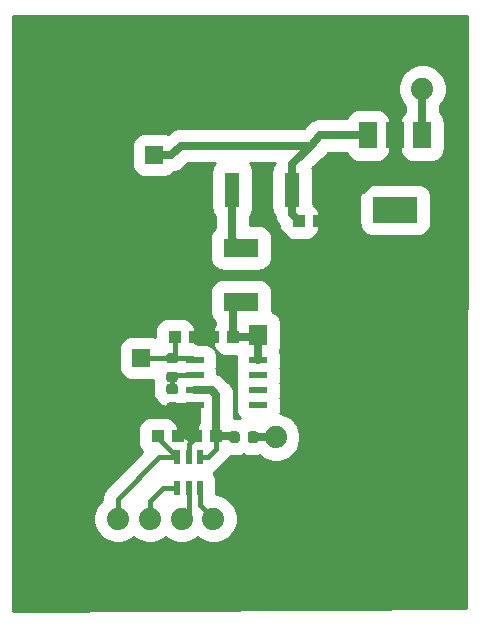
<source format=gbr>
G04 #@! TF.GenerationSoftware,KiCad,Pcbnew,5.1.5+dfsg1-2~bpo9+1*
G04 #@! TF.CreationDate,2020-08-06T19:53:43-04:00*
G04 #@! TF.ProjectId,sig_gen_driver,7369675f-6765-46e5-9f64-72697665722e,rev?*
G04 #@! TF.SameCoordinates,PX63f1f00PY4dea4a0*
G04 #@! TF.FileFunction,Copper,L1,Top*
G04 #@! TF.FilePolarity,Positive*
%FSLAX46Y46*%
G04 Gerber Fmt 4.6, Leading zero omitted, Abs format (unit mm)*
G04 Created by KiCad (PCBNEW 5.1.5+dfsg1-2~bpo9+1) date 2020-08-06 19:53:43*
%MOMM*%
%LPD*%
G04 APERTURE LIST*
%ADD10R,1.550000X0.600000*%
%ADD11R,3.000000X1.600000*%
%ADD12R,6.200000X5.800000*%
%ADD13R,0.548640X1.198880*%
%ADD14R,3.800000X2.200000*%
%ADD15R,1.500000X2.200000*%
%ADD16C,0.020000*%
%ADD17R,1.500000X1.500000*%
%ADD18C,1.879600*%
%ADD19R,1.249680X2.999740*%
%ADD20R,1.099820X0.998220*%
%ADD21R,1.597660X1.798320*%
%ADD22C,0.400000*%
%ADD23C,0.700000*%
%ADD24C,0.254000*%
G04 APERTURE END LIST*
D10*
X20900000Y-29295000D03*
X20900000Y-30565000D03*
X20900000Y-31835000D03*
X20900000Y-33105000D03*
X15500000Y-33105000D03*
X15500000Y-31835000D03*
X15500000Y-30565000D03*
X15500000Y-29295000D03*
D11*
X19421840Y-24334780D03*
D12*
X26591840Y-22049780D03*
D11*
X19421840Y-19764780D03*
D13*
X15949960Y-40097940D03*
X15000000Y-40097940D03*
X14050040Y-40097940D03*
X14050040Y-37502060D03*
X15000000Y-37502060D03*
X15949960Y-37502060D03*
D14*
X32500000Y-16550000D03*
D15*
X34800000Y-10250000D03*
X32500000Y-10250000D03*
X30200000Y-10250000D03*
G04 #@! TA.AperFunction,SMDPad,CuDef*
D16*
G36*
X20689531Y-35305833D02*
G01*
X20710766Y-35308983D01*
X20731590Y-35314199D01*
X20751802Y-35321431D01*
X20771208Y-35330610D01*
X20789621Y-35341646D01*
X20806864Y-35354434D01*
X20822770Y-35368850D01*
X20837186Y-35384756D01*
X20849974Y-35401999D01*
X20861010Y-35420412D01*
X20870189Y-35439818D01*
X20877421Y-35460030D01*
X20882637Y-35480854D01*
X20885787Y-35502089D01*
X20886840Y-35523530D01*
X20886840Y-36036030D01*
X20885787Y-36057471D01*
X20882637Y-36078706D01*
X20877421Y-36099530D01*
X20870189Y-36119742D01*
X20861010Y-36139148D01*
X20849974Y-36157561D01*
X20837186Y-36174804D01*
X20822770Y-36190710D01*
X20806864Y-36205126D01*
X20789621Y-36217914D01*
X20771208Y-36228950D01*
X20751802Y-36238129D01*
X20731590Y-36245361D01*
X20710766Y-36250577D01*
X20689531Y-36253727D01*
X20668090Y-36254780D01*
X20230590Y-36254780D01*
X20209149Y-36253727D01*
X20187914Y-36250577D01*
X20167090Y-36245361D01*
X20146878Y-36238129D01*
X20127472Y-36228950D01*
X20109059Y-36217914D01*
X20091816Y-36205126D01*
X20075910Y-36190710D01*
X20061494Y-36174804D01*
X20048706Y-36157561D01*
X20037670Y-36139148D01*
X20028491Y-36119742D01*
X20021259Y-36099530D01*
X20016043Y-36078706D01*
X20012893Y-36057471D01*
X20011840Y-36036030D01*
X20011840Y-35523530D01*
X20012893Y-35502089D01*
X20016043Y-35480854D01*
X20021259Y-35460030D01*
X20028491Y-35439818D01*
X20037670Y-35420412D01*
X20048706Y-35401999D01*
X20061494Y-35384756D01*
X20075910Y-35368850D01*
X20091816Y-35354434D01*
X20109059Y-35341646D01*
X20127472Y-35330610D01*
X20146878Y-35321431D01*
X20167090Y-35314199D01*
X20187914Y-35308983D01*
X20209149Y-35305833D01*
X20230590Y-35304780D01*
X20668090Y-35304780D01*
X20689531Y-35305833D01*
G37*
G04 #@! TD.AperFunction*
G04 #@! TA.AperFunction,SMDPad,CuDef*
G36*
X19114531Y-35305833D02*
G01*
X19135766Y-35308983D01*
X19156590Y-35314199D01*
X19176802Y-35321431D01*
X19196208Y-35330610D01*
X19214621Y-35341646D01*
X19231864Y-35354434D01*
X19247770Y-35368850D01*
X19262186Y-35384756D01*
X19274974Y-35401999D01*
X19286010Y-35420412D01*
X19295189Y-35439818D01*
X19302421Y-35460030D01*
X19307637Y-35480854D01*
X19310787Y-35502089D01*
X19311840Y-35523530D01*
X19311840Y-36036030D01*
X19310787Y-36057471D01*
X19307637Y-36078706D01*
X19302421Y-36099530D01*
X19295189Y-36119742D01*
X19286010Y-36139148D01*
X19274974Y-36157561D01*
X19262186Y-36174804D01*
X19247770Y-36190710D01*
X19231864Y-36205126D01*
X19214621Y-36217914D01*
X19196208Y-36228950D01*
X19176802Y-36238129D01*
X19156590Y-36245361D01*
X19135766Y-36250577D01*
X19114531Y-36253727D01*
X19093090Y-36254780D01*
X18655590Y-36254780D01*
X18634149Y-36253727D01*
X18612914Y-36250577D01*
X18592090Y-36245361D01*
X18571878Y-36238129D01*
X18552472Y-36228950D01*
X18534059Y-36217914D01*
X18516816Y-36205126D01*
X18500910Y-36190710D01*
X18486494Y-36174804D01*
X18473706Y-36157561D01*
X18462670Y-36139148D01*
X18453491Y-36119742D01*
X18446259Y-36099530D01*
X18441043Y-36078706D01*
X18437893Y-36057471D01*
X18436840Y-36036030D01*
X18436840Y-35523530D01*
X18437893Y-35502089D01*
X18441043Y-35480854D01*
X18446259Y-35460030D01*
X18453491Y-35439818D01*
X18462670Y-35420412D01*
X18473706Y-35401999D01*
X18486494Y-35384756D01*
X18500910Y-35368850D01*
X18516816Y-35354434D01*
X18534059Y-35341646D01*
X18552472Y-35330610D01*
X18571878Y-35321431D01*
X18592090Y-35314199D01*
X18612914Y-35308983D01*
X18634149Y-35305833D01*
X18655590Y-35304780D01*
X19093090Y-35304780D01*
X19114531Y-35305833D01*
G37*
G04 #@! TD.AperFunction*
G04 #@! TA.AperFunction,SMDPad,CuDef*
G36*
X13877691Y-30251053D02*
G01*
X13898926Y-30254203D01*
X13919750Y-30259419D01*
X13939962Y-30266651D01*
X13959368Y-30275830D01*
X13977781Y-30286866D01*
X13995024Y-30299654D01*
X14010930Y-30314070D01*
X14025346Y-30329976D01*
X14038134Y-30347219D01*
X14049170Y-30365632D01*
X14058349Y-30385038D01*
X14065581Y-30405250D01*
X14070797Y-30426074D01*
X14073947Y-30447309D01*
X14075000Y-30468750D01*
X14075000Y-30906250D01*
X14073947Y-30927691D01*
X14070797Y-30948926D01*
X14065581Y-30969750D01*
X14058349Y-30989962D01*
X14049170Y-31009368D01*
X14038134Y-31027781D01*
X14025346Y-31045024D01*
X14010930Y-31060930D01*
X13995024Y-31075346D01*
X13977781Y-31088134D01*
X13959368Y-31099170D01*
X13939962Y-31108349D01*
X13919750Y-31115581D01*
X13898926Y-31120797D01*
X13877691Y-31123947D01*
X13856250Y-31125000D01*
X13343750Y-31125000D01*
X13322309Y-31123947D01*
X13301074Y-31120797D01*
X13280250Y-31115581D01*
X13260038Y-31108349D01*
X13240632Y-31099170D01*
X13222219Y-31088134D01*
X13204976Y-31075346D01*
X13189070Y-31060930D01*
X13174654Y-31045024D01*
X13161866Y-31027781D01*
X13150830Y-31009368D01*
X13141651Y-30989962D01*
X13134419Y-30969750D01*
X13129203Y-30948926D01*
X13126053Y-30927691D01*
X13125000Y-30906250D01*
X13125000Y-30468750D01*
X13126053Y-30447309D01*
X13129203Y-30426074D01*
X13134419Y-30405250D01*
X13141651Y-30385038D01*
X13150830Y-30365632D01*
X13161866Y-30347219D01*
X13174654Y-30329976D01*
X13189070Y-30314070D01*
X13204976Y-30299654D01*
X13222219Y-30286866D01*
X13240632Y-30275830D01*
X13260038Y-30266651D01*
X13280250Y-30259419D01*
X13301074Y-30254203D01*
X13322309Y-30251053D01*
X13343750Y-30250000D01*
X13856250Y-30250000D01*
X13877691Y-30251053D01*
G37*
G04 #@! TD.AperFunction*
G04 #@! TA.AperFunction,SMDPad,CuDef*
G36*
X13877691Y-28676053D02*
G01*
X13898926Y-28679203D01*
X13919750Y-28684419D01*
X13939962Y-28691651D01*
X13959368Y-28700830D01*
X13977781Y-28711866D01*
X13995024Y-28724654D01*
X14010930Y-28739070D01*
X14025346Y-28754976D01*
X14038134Y-28772219D01*
X14049170Y-28790632D01*
X14058349Y-28810038D01*
X14065581Y-28830250D01*
X14070797Y-28851074D01*
X14073947Y-28872309D01*
X14075000Y-28893750D01*
X14075000Y-29331250D01*
X14073947Y-29352691D01*
X14070797Y-29373926D01*
X14065581Y-29394750D01*
X14058349Y-29414962D01*
X14049170Y-29434368D01*
X14038134Y-29452781D01*
X14025346Y-29470024D01*
X14010930Y-29485930D01*
X13995024Y-29500346D01*
X13977781Y-29513134D01*
X13959368Y-29524170D01*
X13939962Y-29533349D01*
X13919750Y-29540581D01*
X13898926Y-29545797D01*
X13877691Y-29548947D01*
X13856250Y-29550000D01*
X13343750Y-29550000D01*
X13322309Y-29548947D01*
X13301074Y-29545797D01*
X13280250Y-29540581D01*
X13260038Y-29533349D01*
X13240632Y-29524170D01*
X13222219Y-29513134D01*
X13204976Y-29500346D01*
X13189070Y-29485930D01*
X13174654Y-29470024D01*
X13161866Y-29452781D01*
X13150830Y-29434368D01*
X13141651Y-29414962D01*
X13134419Y-29394750D01*
X13129203Y-29373926D01*
X13126053Y-29352691D01*
X13125000Y-29331250D01*
X13125000Y-28893750D01*
X13126053Y-28872309D01*
X13129203Y-28851074D01*
X13134419Y-28830250D01*
X13141651Y-28810038D01*
X13150830Y-28790632D01*
X13161866Y-28772219D01*
X13174654Y-28754976D01*
X13189070Y-28739070D01*
X13204976Y-28724654D01*
X13222219Y-28711866D01*
X13240632Y-28700830D01*
X13260038Y-28691651D01*
X13280250Y-28684419D01*
X13301074Y-28679203D01*
X13322309Y-28676053D01*
X13343750Y-28675000D01*
X13856250Y-28675000D01*
X13877691Y-28676053D01*
G37*
G04 #@! TD.AperFunction*
G04 #@! TA.AperFunction,SMDPad,CuDef*
G36*
X13877691Y-32851053D02*
G01*
X13898926Y-32854203D01*
X13919750Y-32859419D01*
X13939962Y-32866651D01*
X13959368Y-32875830D01*
X13977781Y-32886866D01*
X13995024Y-32899654D01*
X14010930Y-32914070D01*
X14025346Y-32929976D01*
X14038134Y-32947219D01*
X14049170Y-32965632D01*
X14058349Y-32985038D01*
X14065581Y-33005250D01*
X14070797Y-33026074D01*
X14073947Y-33047309D01*
X14075000Y-33068750D01*
X14075000Y-33506250D01*
X14073947Y-33527691D01*
X14070797Y-33548926D01*
X14065581Y-33569750D01*
X14058349Y-33589962D01*
X14049170Y-33609368D01*
X14038134Y-33627781D01*
X14025346Y-33645024D01*
X14010930Y-33660930D01*
X13995024Y-33675346D01*
X13977781Y-33688134D01*
X13959368Y-33699170D01*
X13939962Y-33708349D01*
X13919750Y-33715581D01*
X13898926Y-33720797D01*
X13877691Y-33723947D01*
X13856250Y-33725000D01*
X13343750Y-33725000D01*
X13322309Y-33723947D01*
X13301074Y-33720797D01*
X13280250Y-33715581D01*
X13260038Y-33708349D01*
X13240632Y-33699170D01*
X13222219Y-33688134D01*
X13204976Y-33675346D01*
X13189070Y-33660930D01*
X13174654Y-33645024D01*
X13161866Y-33627781D01*
X13150830Y-33609368D01*
X13141651Y-33589962D01*
X13134419Y-33569750D01*
X13129203Y-33548926D01*
X13126053Y-33527691D01*
X13125000Y-33506250D01*
X13125000Y-33068750D01*
X13126053Y-33047309D01*
X13129203Y-33026074D01*
X13134419Y-33005250D01*
X13141651Y-32985038D01*
X13150830Y-32965632D01*
X13161866Y-32947219D01*
X13174654Y-32929976D01*
X13189070Y-32914070D01*
X13204976Y-32899654D01*
X13222219Y-32886866D01*
X13240632Y-32875830D01*
X13260038Y-32866651D01*
X13280250Y-32859419D01*
X13301074Y-32854203D01*
X13322309Y-32851053D01*
X13343750Y-32850000D01*
X13856250Y-32850000D01*
X13877691Y-32851053D01*
G37*
G04 #@! TD.AperFunction*
G04 #@! TA.AperFunction,SMDPad,CuDef*
G36*
X13877691Y-31276053D02*
G01*
X13898926Y-31279203D01*
X13919750Y-31284419D01*
X13939962Y-31291651D01*
X13959368Y-31300830D01*
X13977781Y-31311866D01*
X13995024Y-31324654D01*
X14010930Y-31339070D01*
X14025346Y-31354976D01*
X14038134Y-31372219D01*
X14049170Y-31390632D01*
X14058349Y-31410038D01*
X14065581Y-31430250D01*
X14070797Y-31451074D01*
X14073947Y-31472309D01*
X14075000Y-31493750D01*
X14075000Y-31931250D01*
X14073947Y-31952691D01*
X14070797Y-31973926D01*
X14065581Y-31994750D01*
X14058349Y-32014962D01*
X14049170Y-32034368D01*
X14038134Y-32052781D01*
X14025346Y-32070024D01*
X14010930Y-32085930D01*
X13995024Y-32100346D01*
X13977781Y-32113134D01*
X13959368Y-32124170D01*
X13939962Y-32133349D01*
X13919750Y-32140581D01*
X13898926Y-32145797D01*
X13877691Y-32148947D01*
X13856250Y-32150000D01*
X13343750Y-32150000D01*
X13322309Y-32148947D01*
X13301074Y-32145797D01*
X13280250Y-32140581D01*
X13260038Y-32133349D01*
X13240632Y-32124170D01*
X13222219Y-32113134D01*
X13204976Y-32100346D01*
X13189070Y-32085930D01*
X13174654Y-32070024D01*
X13161866Y-32052781D01*
X13150830Y-32034368D01*
X13141651Y-32014962D01*
X13134419Y-31994750D01*
X13129203Y-31973926D01*
X13126053Y-31952691D01*
X13125000Y-31931250D01*
X13125000Y-31493750D01*
X13126053Y-31472309D01*
X13129203Y-31451074D01*
X13134419Y-31430250D01*
X13141651Y-31410038D01*
X13150830Y-31390632D01*
X13161866Y-31372219D01*
X13174654Y-31354976D01*
X13189070Y-31339070D01*
X13204976Y-31324654D01*
X13222219Y-31311866D01*
X13240632Y-31300830D01*
X13260038Y-31291651D01*
X13280250Y-31284419D01*
X13301074Y-31279203D01*
X13322309Y-31276053D01*
X13343750Y-31275000D01*
X13856250Y-31275000D01*
X13877691Y-31276053D01*
G37*
G04 #@! TD.AperFunction*
D17*
X11000000Y-29100000D03*
D18*
X31100000Y-27200000D03*
X9000000Y-42700000D03*
X11700000Y-42700000D03*
X14400000Y-42700000D03*
X22400000Y-35800000D03*
X17100000Y-42700000D03*
D17*
X12100000Y-11900000D03*
D18*
X34800000Y-6300000D03*
D19*
X18690000Y-14823760D03*
X21230000Y-14823760D03*
X23770000Y-14823760D03*
X26310000Y-14823760D03*
D20*
X15548360Y-27300000D03*
X13851640Y-27300000D03*
X26048360Y-17500000D03*
X24351640Y-17500000D03*
X15651640Y-35700000D03*
X17348360Y-35700000D03*
X14096720Y-35700000D03*
X12400000Y-35700000D03*
X17051640Y-27300000D03*
X18748360Y-27300000D03*
D21*
X23699540Y-27100000D03*
X20900460Y-27100000D03*
D22*
X15548360Y-27300000D02*
X17051640Y-27300000D01*
X13782500Y-33105000D02*
X13600000Y-33287500D01*
X15500000Y-33105000D02*
X13782500Y-33105000D01*
D23*
X32500000Y-12050000D02*
X32500000Y-10250000D01*
X29726240Y-14823760D02*
X32500000Y-12050000D01*
X26310000Y-14823760D02*
X29726240Y-14823760D01*
D22*
X14096720Y-35700000D02*
X15651640Y-35700000D01*
X15000000Y-36351640D02*
X15651640Y-35700000D01*
X15000000Y-37502060D02*
X15000000Y-36351640D01*
D23*
X26310000Y-17238360D02*
X26048360Y-17500000D01*
X26310000Y-14823760D02*
X26310000Y-17238360D01*
X26591840Y-18043480D02*
X26048360Y-17500000D01*
X26591840Y-22049780D02*
X26591840Y-18043480D01*
X26256150Y-22049780D02*
X26591840Y-22049780D01*
X21230000Y-17023630D02*
X26256150Y-22049780D01*
X21230000Y-14823760D02*
X21230000Y-17023630D01*
X20900000Y-27100460D02*
X20900460Y-27100000D01*
X20900000Y-29295000D02*
X20900000Y-27100460D01*
X20700460Y-27300000D02*
X20900460Y-27100000D01*
X18748360Y-27300000D02*
X20700460Y-27300000D01*
X18748360Y-25008260D02*
X19421840Y-24334780D01*
X18748360Y-27300000D02*
X18748360Y-25008260D01*
D22*
X12400000Y-35852020D02*
X14050040Y-37502060D01*
X12400000Y-35700000D02*
X12400000Y-35852020D01*
X9000000Y-42700000D02*
X9000000Y-41000000D01*
X12497940Y-37502060D02*
X14050040Y-37502060D01*
X9000000Y-41000000D02*
X12497940Y-37502060D01*
D23*
X17348360Y-34500890D02*
X17348360Y-35700000D01*
X17348360Y-32208360D02*
X17348360Y-34500890D01*
X16975000Y-31835000D02*
X17348360Y-32208360D01*
X15500000Y-31835000D02*
X16975000Y-31835000D01*
X18794560Y-35700000D02*
X18874340Y-35779780D01*
X17348360Y-35700000D02*
X18794560Y-35700000D01*
D22*
X17348360Y-36777980D02*
X17348360Y-35700000D01*
X16624280Y-37502060D02*
X17348360Y-36777980D01*
X15949960Y-37502060D02*
X16624280Y-37502060D01*
D23*
X23770000Y-12623890D02*
X23770000Y-14823760D01*
X30200000Y-10250000D02*
X26143890Y-10250000D01*
X14350000Y-11100000D02*
X25400000Y-11100000D01*
X13550000Y-11900000D02*
X14350000Y-11100000D01*
X12100000Y-11900000D02*
X13550000Y-11900000D01*
X26143890Y-10250000D02*
X25400000Y-11100000D01*
X25400000Y-11100000D02*
X23770000Y-12623890D01*
X23770000Y-16918360D02*
X24351640Y-17500000D01*
X23770000Y-14823760D02*
X23770000Y-16918360D01*
D22*
X15317500Y-29112500D02*
X15500000Y-29295000D01*
X13600000Y-29112500D02*
X15317500Y-29112500D01*
X13851640Y-28860860D02*
X13600000Y-29112500D01*
X13851640Y-27300000D02*
X13851640Y-28860860D01*
X13587500Y-29100000D02*
X13600000Y-29112500D01*
X11000000Y-29100000D02*
X13587500Y-29100000D01*
D23*
X18690000Y-19032940D02*
X19421840Y-19764780D01*
X18690000Y-14823760D02*
X18690000Y-19032940D01*
X34800000Y-6300000D02*
X34800000Y-10250000D01*
D22*
X15949960Y-41549960D02*
X17100000Y-42700000D01*
X15949960Y-40097940D02*
X15949960Y-41549960D01*
D23*
X22379780Y-35779780D02*
X22400000Y-35800000D01*
X20449340Y-35779780D02*
X22379780Y-35779780D01*
D22*
X15000000Y-42100000D02*
X14400000Y-42700000D01*
X15000000Y-40097940D02*
X15000000Y-42100000D01*
X14050040Y-40097940D02*
X13202060Y-40097940D01*
X13202060Y-40097940D02*
X13200000Y-40100000D01*
X13200000Y-40100000D02*
X12800000Y-40100000D01*
X11700000Y-41200000D02*
X11700000Y-42700000D01*
X12800000Y-40100000D02*
X11700000Y-41200000D01*
X13600000Y-30687500D02*
X13600000Y-31712500D01*
X13722500Y-30565000D02*
X13600000Y-30687500D01*
X15500000Y-30565000D02*
X13722500Y-30565000D01*
D24*
G36*
X38473250Y-50273655D02*
G01*
X127000Y-50472341D01*
X127000Y-42496438D01*
X6933200Y-42496438D01*
X6933200Y-42903562D01*
X7012626Y-43302863D01*
X7168426Y-43678997D01*
X7394612Y-44017508D01*
X7682492Y-44305388D01*
X8021003Y-44531574D01*
X8397137Y-44687374D01*
X8796438Y-44766800D01*
X9203562Y-44766800D01*
X9602863Y-44687374D01*
X9978997Y-44531574D01*
X10317508Y-44305388D01*
X10350000Y-44272896D01*
X10382492Y-44305388D01*
X10721003Y-44531574D01*
X11097137Y-44687374D01*
X11496438Y-44766800D01*
X11903562Y-44766800D01*
X12302863Y-44687374D01*
X12678997Y-44531574D01*
X13017508Y-44305388D01*
X13050000Y-44272896D01*
X13082492Y-44305388D01*
X13421003Y-44531574D01*
X13797137Y-44687374D01*
X14196438Y-44766800D01*
X14603562Y-44766800D01*
X15002863Y-44687374D01*
X15378997Y-44531574D01*
X15717508Y-44305388D01*
X15750000Y-44272896D01*
X15782492Y-44305388D01*
X16121003Y-44531574D01*
X16497137Y-44687374D01*
X16896438Y-44766800D01*
X17303562Y-44766800D01*
X17702863Y-44687374D01*
X18078997Y-44531574D01*
X18417508Y-44305388D01*
X18705388Y-44017508D01*
X18931574Y-43678997D01*
X19087374Y-43302863D01*
X19166800Y-42903562D01*
X19166800Y-42496438D01*
X19087374Y-42097137D01*
X18931574Y-41721003D01*
X18705388Y-41382492D01*
X18417508Y-41094612D01*
X18078997Y-40868426D01*
X17702863Y-40712626D01*
X17356733Y-40643776D01*
X17356733Y-39498500D01*
X17334973Y-39277569D01*
X17270530Y-39065129D01*
X17165880Y-38869343D01*
X17108972Y-38800000D01*
X17165880Y-38730657D01*
X17175922Y-38711869D01*
X17365088Y-38610758D01*
X17567150Y-38444930D01*
X17608705Y-38394295D01*
X18240596Y-37762404D01*
X18291230Y-37720850D01*
X18457058Y-37518788D01*
X18533788Y-37375237D01*
X18655590Y-37387233D01*
X19093090Y-37387233D01*
X19356697Y-37361270D01*
X19610173Y-37284379D01*
X19661840Y-37256762D01*
X19713507Y-37284379D01*
X19966983Y-37361270D01*
X20230590Y-37387233D01*
X20668090Y-37387233D01*
X20931697Y-37361270D01*
X21013546Y-37336442D01*
X21082492Y-37405388D01*
X21421003Y-37631574D01*
X21797137Y-37787374D01*
X22196438Y-37866800D01*
X22603562Y-37866800D01*
X23002863Y-37787374D01*
X23378997Y-37631574D01*
X23717508Y-37405388D01*
X24005388Y-37117508D01*
X24231574Y-36778997D01*
X24387374Y-36402863D01*
X24466800Y-36003562D01*
X24466800Y-35596438D01*
X24387374Y-35197137D01*
X24231574Y-34821003D01*
X24005388Y-34482492D01*
X23717508Y-34194612D01*
X23378997Y-33968426D01*
X23002863Y-33812626D01*
X22744641Y-33761262D01*
X22785693Y-33625931D01*
X22807453Y-33405000D01*
X22807453Y-32805000D01*
X22785693Y-32584069D01*
X22751091Y-32470000D01*
X22785693Y-32355931D01*
X22807453Y-32135000D01*
X22807453Y-31535000D01*
X22785693Y-31314069D01*
X22751091Y-31200000D01*
X22785693Y-31085931D01*
X22807453Y-30865000D01*
X22807453Y-30265000D01*
X22785693Y-30044069D01*
X22751091Y-29930000D01*
X22785693Y-29815931D01*
X22807453Y-29595000D01*
X22807453Y-28995000D01*
X22785693Y-28774069D01*
X22721250Y-28561629D01*
X22698893Y-28519802D01*
X22745540Y-28432531D01*
X22809983Y-28220091D01*
X22831743Y-27999160D01*
X22831743Y-26200840D01*
X22809983Y-25979909D01*
X22745540Y-25767469D01*
X22640890Y-25571683D01*
X22500055Y-25400075D01*
X22328447Y-25259240D01*
X22132661Y-25154590D01*
X22054293Y-25130817D01*
X22054293Y-23534780D01*
X22032533Y-23313849D01*
X21968090Y-23101409D01*
X21863440Y-22905623D01*
X21722605Y-22734015D01*
X21550997Y-22593180D01*
X21355211Y-22488530D01*
X21142771Y-22424087D01*
X20921840Y-22402327D01*
X17921840Y-22402327D01*
X17700909Y-22424087D01*
X17488469Y-22488530D01*
X17292683Y-22593180D01*
X17121075Y-22734015D01*
X16980240Y-22905623D01*
X16875590Y-23101409D01*
X16811147Y-23313849D01*
X16789387Y-23534780D01*
X16789387Y-25134780D01*
X16811147Y-25355711D01*
X16875590Y-25568151D01*
X16980240Y-25763937D01*
X17121075Y-25935545D01*
X17271361Y-26058881D01*
X17271361Y-26154052D01*
X17256850Y-26171733D01*
X17152200Y-26367519D01*
X17087757Y-26579959D01*
X17065997Y-26800890D01*
X17065997Y-27799110D01*
X17087757Y-28020041D01*
X17152200Y-28232481D01*
X17256850Y-28428267D01*
X17397685Y-28599875D01*
X17569293Y-28740710D01*
X17765079Y-28845360D01*
X17977519Y-28909803D01*
X18198450Y-28931563D01*
X18998795Y-28931563D01*
X18992547Y-28995000D01*
X18992547Y-29595000D01*
X19014307Y-29815931D01*
X19048909Y-29930000D01*
X19014307Y-30044069D01*
X18992547Y-30265000D01*
X18992547Y-30865000D01*
X19014307Y-31085931D01*
X19048909Y-31200000D01*
X19014307Y-31314069D01*
X18992547Y-31535000D01*
X18992547Y-32135000D01*
X19014307Y-32355931D01*
X19048909Y-32470000D01*
X19014307Y-32584069D01*
X18992547Y-32805000D01*
X18992547Y-33405000D01*
X19014307Y-33625931D01*
X19078750Y-33838371D01*
X19183400Y-34034157D01*
X19314706Y-34194154D01*
X19093090Y-34172327D01*
X18825360Y-34172327D01*
X18825360Y-32280913D01*
X18832506Y-32208360D01*
X18814913Y-32029734D01*
X18803989Y-31918817D01*
X18719532Y-31640402D01*
X18648692Y-31507870D01*
X18582383Y-31383813D01*
X18512262Y-31298371D01*
X18397810Y-31158910D01*
X18341445Y-31112653D01*
X18070709Y-30841917D01*
X18024450Y-30785550D01*
X17799547Y-30600978D01*
X17542958Y-30463828D01*
X17407453Y-30422723D01*
X17407453Y-30265000D01*
X17385693Y-30044069D01*
X17351091Y-29930000D01*
X17385693Y-29815931D01*
X17407453Y-29595000D01*
X17407453Y-28995000D01*
X17385693Y-28774069D01*
X17321250Y-28561629D01*
X17216600Y-28365843D01*
X17075765Y-28194235D01*
X16904157Y-28053400D01*
X16708371Y-27948750D01*
X16495931Y-27884307D01*
X16275000Y-27862547D01*
X15768328Y-27862547D01*
X15577637Y-27804701D01*
X15533877Y-27800391D01*
X15534003Y-27799110D01*
X15534003Y-26800890D01*
X15512243Y-26579959D01*
X15447800Y-26367519D01*
X15343150Y-26171733D01*
X15202315Y-26000125D01*
X15030707Y-25859290D01*
X14834921Y-25754640D01*
X14622481Y-25690197D01*
X14401550Y-25668437D01*
X13301730Y-25668437D01*
X13080799Y-25690197D01*
X12868359Y-25754640D01*
X12672573Y-25859290D01*
X12500965Y-26000125D01*
X12360130Y-26171733D01*
X12255480Y-26367519D01*
X12191037Y-26579959D01*
X12169277Y-26800890D01*
X12169277Y-27299475D01*
X11970931Y-27239307D01*
X11750000Y-27217547D01*
X10250000Y-27217547D01*
X10029069Y-27239307D01*
X9816629Y-27303750D01*
X9620843Y-27408400D01*
X9449235Y-27549235D01*
X9308400Y-27720843D01*
X9203750Y-27916629D01*
X9139307Y-28129069D01*
X9117547Y-28350000D01*
X9117547Y-29850000D01*
X9139307Y-30070931D01*
X9203750Y-30283371D01*
X9308400Y-30479157D01*
X9449235Y-30650765D01*
X9620843Y-30791600D01*
X9816629Y-30896250D01*
X10029069Y-30960693D01*
X10250000Y-30982453D01*
X11750000Y-30982453D01*
X11970931Y-30960693D01*
X11997127Y-30952747D01*
X12018510Y-31169857D01*
X12027654Y-31200000D01*
X12018510Y-31230143D01*
X11992547Y-31493750D01*
X11992547Y-31931250D01*
X12018510Y-32194857D01*
X12095401Y-32448333D01*
X12220266Y-32681938D01*
X12388305Y-32886695D01*
X12593062Y-33054734D01*
X12826667Y-33179599D01*
X13080143Y-33256490D01*
X13343750Y-33282453D01*
X13856250Y-33282453D01*
X14119857Y-33256490D01*
X14329760Y-33192817D01*
X14504069Y-33245693D01*
X14725000Y-33267453D01*
X15134057Y-33267453D01*
X15210457Y-33290629D01*
X15427444Y-33312000D01*
X15871360Y-33312000D01*
X15871361Y-34428325D01*
X15871360Y-34428335D01*
X15871360Y-34554053D01*
X15856850Y-34571733D01*
X15752200Y-34767519D01*
X15687757Y-34979959D01*
X15665997Y-35200890D01*
X15665997Y-35771117D01*
X15454709Y-35791927D01*
X15242269Y-35856370D01*
X15046483Y-35961020D01*
X15000000Y-35999168D01*
X14953517Y-35961020D01*
X14757731Y-35856370D01*
X14545291Y-35791927D01*
X14324360Y-35770167D01*
X14194808Y-35770167D01*
X14082363Y-35657723D01*
X14082363Y-35200890D01*
X14060603Y-34979959D01*
X13996160Y-34767519D01*
X13891510Y-34571733D01*
X13750675Y-34400125D01*
X13579067Y-34259290D01*
X13383281Y-34154640D01*
X13170841Y-34090197D01*
X12949910Y-34068437D01*
X11850090Y-34068437D01*
X11629159Y-34090197D01*
X11416719Y-34154640D01*
X11220933Y-34259290D01*
X11049325Y-34400125D01*
X10908490Y-34571733D01*
X10803840Y-34767519D01*
X10739397Y-34979959D01*
X10717637Y-35200890D01*
X10717637Y-36199110D01*
X10739397Y-36420041D01*
X10803840Y-36632481D01*
X10908490Y-36828267D01*
X11049325Y-36999875D01*
X11090046Y-37033294D01*
X8107761Y-40015579D01*
X8057131Y-40057130D01*
X8015580Y-40107760D01*
X8015578Y-40107762D01*
X7891302Y-40259192D01*
X7768081Y-40489723D01*
X7731511Y-40610278D01*
X7692202Y-40739863D01*
X7673000Y-40934816D01*
X7673000Y-40934826D01*
X7666581Y-41000000D01*
X7673000Y-41065174D01*
X7673000Y-41104104D01*
X7394612Y-41382492D01*
X7168426Y-41721003D01*
X7012626Y-42097137D01*
X6933200Y-42496438D01*
X127000Y-42496438D01*
X127000Y-11150000D01*
X10217547Y-11150000D01*
X10217547Y-12650000D01*
X10239307Y-12870931D01*
X10303750Y-13083371D01*
X10408400Y-13279157D01*
X10549235Y-13450765D01*
X10720843Y-13591600D01*
X10916629Y-13696250D01*
X11129069Y-13760693D01*
X11350000Y-13782453D01*
X12850000Y-13782453D01*
X13070931Y-13760693D01*
X13283371Y-13696250D01*
X13479157Y-13591600D01*
X13650765Y-13450765D01*
X13719106Y-13367491D01*
X13839543Y-13355629D01*
X14117958Y-13271172D01*
X14374547Y-13134022D01*
X14599450Y-12949450D01*
X14645709Y-12893083D01*
X14961792Y-12577000D01*
X17220181Y-12577000D01*
X17123560Y-12694733D01*
X17018910Y-12890519D01*
X16954467Y-13102959D01*
X16932707Y-13323890D01*
X16932707Y-16323630D01*
X16954467Y-16544561D01*
X17018910Y-16757001D01*
X17123560Y-16952787D01*
X17213001Y-17061771D01*
X17213001Y-18088573D01*
X17121075Y-18164015D01*
X16980240Y-18335623D01*
X16875590Y-18531409D01*
X16811147Y-18743849D01*
X16789387Y-18964780D01*
X16789387Y-20564780D01*
X16811147Y-20785711D01*
X16875590Y-20998151D01*
X16980240Y-21193937D01*
X17121075Y-21365545D01*
X17292683Y-21506380D01*
X17488469Y-21611030D01*
X17700909Y-21675473D01*
X17921840Y-21697233D01*
X20921840Y-21697233D01*
X21142771Y-21675473D01*
X21355211Y-21611030D01*
X21550997Y-21506380D01*
X21722605Y-21365545D01*
X21863440Y-21193937D01*
X21968090Y-20998151D01*
X22032533Y-20785711D01*
X22054293Y-20564780D01*
X22054293Y-18964780D01*
X22032533Y-18743849D01*
X21968090Y-18531409D01*
X21863440Y-18335623D01*
X21722605Y-18164015D01*
X21550997Y-18023180D01*
X21355211Y-17918530D01*
X21142771Y-17854087D01*
X20921840Y-17832327D01*
X20167000Y-17832327D01*
X20167000Y-17061770D01*
X20256440Y-16952787D01*
X20361090Y-16757001D01*
X20425533Y-16544561D01*
X20447293Y-16323630D01*
X20447293Y-13323890D01*
X20425533Y-13102959D01*
X20361090Y-12890519D01*
X20256440Y-12694733D01*
X20159819Y-12577000D01*
X22286888Y-12577000D01*
X22287858Y-12592015D01*
X22203560Y-12694733D01*
X22098910Y-12890519D01*
X22034467Y-13102959D01*
X22012707Y-13323890D01*
X22012707Y-16323630D01*
X22034467Y-16544561D01*
X22098910Y-16757001D01*
X22203560Y-16952787D01*
X22300931Y-17071434D01*
X22314372Y-17207902D01*
X22398829Y-17486318D01*
X22535978Y-17742907D01*
X22638076Y-17867314D01*
X22669277Y-17905332D01*
X22669277Y-17999110D01*
X22691037Y-18220041D01*
X22755480Y-18432481D01*
X22860130Y-18628267D01*
X23000965Y-18799875D01*
X23172573Y-18940710D01*
X23368359Y-19045360D01*
X23580799Y-19109803D01*
X23801730Y-19131563D01*
X24901550Y-19131563D01*
X25122481Y-19109803D01*
X25334921Y-19045360D01*
X25530707Y-18940710D01*
X25702315Y-18799875D01*
X25843150Y-18628267D01*
X25947800Y-18432481D01*
X26012243Y-18220041D01*
X26034003Y-17999110D01*
X26034003Y-17000890D01*
X26012243Y-16779959D01*
X25947800Y-16567519D01*
X25843150Y-16371733D01*
X25702315Y-16200125D01*
X25530707Y-16059290D01*
X25527293Y-16057465D01*
X25527293Y-15450000D01*
X29467547Y-15450000D01*
X29467547Y-17650000D01*
X29489307Y-17870931D01*
X29553750Y-18083371D01*
X29658400Y-18279157D01*
X29799235Y-18450765D01*
X29970843Y-18591600D01*
X30166629Y-18696250D01*
X30379069Y-18760693D01*
X30600000Y-18782453D01*
X34400000Y-18782453D01*
X34620931Y-18760693D01*
X34833371Y-18696250D01*
X35029157Y-18591600D01*
X35200765Y-18450765D01*
X35341600Y-18279157D01*
X35446250Y-18083371D01*
X35510693Y-17870931D01*
X35532453Y-17650000D01*
X35532453Y-15450000D01*
X35510693Y-15229069D01*
X35446250Y-15016629D01*
X35341600Y-14820843D01*
X35200765Y-14649235D01*
X35029157Y-14508400D01*
X34833371Y-14403750D01*
X34620931Y-14339307D01*
X34400000Y-14317547D01*
X30600000Y-14317547D01*
X30379069Y-14339307D01*
X30166629Y-14403750D01*
X29970843Y-14508400D01*
X29799235Y-14649235D01*
X29658400Y-14820843D01*
X29553750Y-15016629D01*
X29489307Y-15229069D01*
X29467547Y-15450000D01*
X25527293Y-15450000D01*
X25527293Y-13323890D01*
X25505533Y-13102959D01*
X25486704Y-13040888D01*
X26303478Y-12277286D01*
X26304697Y-12276526D01*
X26374958Y-12210584D01*
X26449450Y-12149450D01*
X26525970Y-12056209D01*
X26605599Y-11965576D01*
X26606322Y-11964326D01*
X26814022Y-11727000D01*
X28386650Y-11727000D01*
X28403750Y-11783371D01*
X28508400Y-11979157D01*
X28649235Y-12150765D01*
X28820843Y-12291600D01*
X29016629Y-12396250D01*
X29229069Y-12460693D01*
X29450000Y-12482453D01*
X30950000Y-12482453D01*
X31170931Y-12460693D01*
X31383371Y-12396250D01*
X31579157Y-12291600D01*
X31750765Y-12150765D01*
X31891600Y-11979157D01*
X31996250Y-11783371D01*
X32060693Y-11570931D01*
X32082453Y-11350000D01*
X32082453Y-9150000D01*
X32060693Y-8929069D01*
X31996250Y-8716629D01*
X31891600Y-8520843D01*
X31750765Y-8349235D01*
X31579157Y-8208400D01*
X31383371Y-8103750D01*
X31170931Y-8039307D01*
X30950000Y-8017547D01*
X29450000Y-8017547D01*
X29229069Y-8039307D01*
X29016629Y-8103750D01*
X28820843Y-8208400D01*
X28649235Y-8349235D01*
X28508400Y-8520843D01*
X28403750Y-8716629D01*
X28386650Y-8773000D01*
X26167274Y-8773000D01*
X26045304Y-8769132D01*
X25950257Y-8784925D01*
X25854347Y-8794371D01*
X25807040Y-8808722D01*
X25758295Y-8816821D01*
X25668158Y-8850851D01*
X25575932Y-8878828D01*
X25532343Y-8902127D01*
X25486104Y-8919584D01*
X25404324Y-8970555D01*
X25319343Y-9015978D01*
X25281136Y-9047333D01*
X25239193Y-9073475D01*
X25168937Y-9139412D01*
X25094440Y-9200550D01*
X25017003Y-9294908D01*
X24729868Y-9623000D01*
X14422553Y-9623000D01*
X14350000Y-9615854D01*
X14277447Y-9623000D01*
X14277444Y-9623000D01*
X14060457Y-9644371D01*
X13782042Y-9728828D01*
X13525453Y-9865977D01*
X13490819Y-9894401D01*
X13300550Y-10050550D01*
X13262168Y-10097318D01*
X13070931Y-10039307D01*
X12850000Y-10017547D01*
X11350000Y-10017547D01*
X11129069Y-10039307D01*
X10916629Y-10103750D01*
X10720843Y-10208400D01*
X10549235Y-10349235D01*
X10408400Y-10520843D01*
X10303750Y-10716629D01*
X10239307Y-10929069D01*
X10217547Y-11150000D01*
X127000Y-11150000D01*
X127000Y-6096438D01*
X32733200Y-6096438D01*
X32733200Y-6503562D01*
X32812626Y-6902863D01*
X32968426Y-7278997D01*
X33194612Y-7617508D01*
X33323000Y-7745896D01*
X33323001Y-8288697D01*
X33249235Y-8349235D01*
X33108400Y-8520843D01*
X33003750Y-8716629D01*
X32939307Y-8929069D01*
X32917547Y-9150000D01*
X32917547Y-11350000D01*
X32939307Y-11570931D01*
X33003750Y-11783371D01*
X33108400Y-11979157D01*
X33249235Y-12150765D01*
X33420843Y-12291600D01*
X33616629Y-12396250D01*
X33829069Y-12460693D01*
X34050000Y-12482453D01*
X35550000Y-12482453D01*
X35770931Y-12460693D01*
X35983371Y-12396250D01*
X36179157Y-12291600D01*
X36350765Y-12150765D01*
X36491600Y-11979157D01*
X36596250Y-11783371D01*
X36660693Y-11570931D01*
X36682453Y-11350000D01*
X36682453Y-9150000D01*
X36660693Y-8929069D01*
X36596250Y-8716629D01*
X36491600Y-8520843D01*
X36350765Y-8349235D01*
X36277000Y-8288698D01*
X36277000Y-7745896D01*
X36405388Y-7617508D01*
X36631574Y-7278997D01*
X36787374Y-6902863D01*
X36866800Y-6503562D01*
X36866800Y-6096438D01*
X36787374Y-5697137D01*
X36631574Y-5321003D01*
X36405388Y-4982492D01*
X36117508Y-4694612D01*
X35778997Y-4468426D01*
X35402863Y-4312626D01*
X35003562Y-4233200D01*
X34596438Y-4233200D01*
X34197137Y-4312626D01*
X33821003Y-4468426D01*
X33482492Y-4694612D01*
X33194612Y-4982492D01*
X32968426Y-5321003D01*
X32812626Y-5697137D01*
X32733200Y-6096438D01*
X127000Y-6096438D01*
X127000Y-127000D01*
X38572748Y-127000D01*
X38473250Y-50273655D01*
G37*
X38473250Y-50273655D02*
X127000Y-50472341D01*
X127000Y-42496438D01*
X6933200Y-42496438D01*
X6933200Y-42903562D01*
X7012626Y-43302863D01*
X7168426Y-43678997D01*
X7394612Y-44017508D01*
X7682492Y-44305388D01*
X8021003Y-44531574D01*
X8397137Y-44687374D01*
X8796438Y-44766800D01*
X9203562Y-44766800D01*
X9602863Y-44687374D01*
X9978997Y-44531574D01*
X10317508Y-44305388D01*
X10350000Y-44272896D01*
X10382492Y-44305388D01*
X10721003Y-44531574D01*
X11097137Y-44687374D01*
X11496438Y-44766800D01*
X11903562Y-44766800D01*
X12302863Y-44687374D01*
X12678997Y-44531574D01*
X13017508Y-44305388D01*
X13050000Y-44272896D01*
X13082492Y-44305388D01*
X13421003Y-44531574D01*
X13797137Y-44687374D01*
X14196438Y-44766800D01*
X14603562Y-44766800D01*
X15002863Y-44687374D01*
X15378997Y-44531574D01*
X15717508Y-44305388D01*
X15750000Y-44272896D01*
X15782492Y-44305388D01*
X16121003Y-44531574D01*
X16497137Y-44687374D01*
X16896438Y-44766800D01*
X17303562Y-44766800D01*
X17702863Y-44687374D01*
X18078997Y-44531574D01*
X18417508Y-44305388D01*
X18705388Y-44017508D01*
X18931574Y-43678997D01*
X19087374Y-43302863D01*
X19166800Y-42903562D01*
X19166800Y-42496438D01*
X19087374Y-42097137D01*
X18931574Y-41721003D01*
X18705388Y-41382492D01*
X18417508Y-41094612D01*
X18078997Y-40868426D01*
X17702863Y-40712626D01*
X17356733Y-40643776D01*
X17356733Y-39498500D01*
X17334973Y-39277569D01*
X17270530Y-39065129D01*
X17165880Y-38869343D01*
X17108972Y-38800000D01*
X17165880Y-38730657D01*
X17175922Y-38711869D01*
X17365088Y-38610758D01*
X17567150Y-38444930D01*
X17608705Y-38394295D01*
X18240596Y-37762404D01*
X18291230Y-37720850D01*
X18457058Y-37518788D01*
X18533788Y-37375237D01*
X18655590Y-37387233D01*
X19093090Y-37387233D01*
X19356697Y-37361270D01*
X19610173Y-37284379D01*
X19661840Y-37256762D01*
X19713507Y-37284379D01*
X19966983Y-37361270D01*
X20230590Y-37387233D01*
X20668090Y-37387233D01*
X20931697Y-37361270D01*
X21013546Y-37336442D01*
X21082492Y-37405388D01*
X21421003Y-37631574D01*
X21797137Y-37787374D01*
X22196438Y-37866800D01*
X22603562Y-37866800D01*
X23002863Y-37787374D01*
X23378997Y-37631574D01*
X23717508Y-37405388D01*
X24005388Y-37117508D01*
X24231574Y-36778997D01*
X24387374Y-36402863D01*
X24466800Y-36003562D01*
X24466800Y-35596438D01*
X24387374Y-35197137D01*
X24231574Y-34821003D01*
X24005388Y-34482492D01*
X23717508Y-34194612D01*
X23378997Y-33968426D01*
X23002863Y-33812626D01*
X22744641Y-33761262D01*
X22785693Y-33625931D01*
X22807453Y-33405000D01*
X22807453Y-32805000D01*
X22785693Y-32584069D01*
X22751091Y-32470000D01*
X22785693Y-32355931D01*
X22807453Y-32135000D01*
X22807453Y-31535000D01*
X22785693Y-31314069D01*
X22751091Y-31200000D01*
X22785693Y-31085931D01*
X22807453Y-30865000D01*
X22807453Y-30265000D01*
X22785693Y-30044069D01*
X22751091Y-29930000D01*
X22785693Y-29815931D01*
X22807453Y-29595000D01*
X22807453Y-28995000D01*
X22785693Y-28774069D01*
X22721250Y-28561629D01*
X22698893Y-28519802D01*
X22745540Y-28432531D01*
X22809983Y-28220091D01*
X22831743Y-27999160D01*
X22831743Y-26200840D01*
X22809983Y-25979909D01*
X22745540Y-25767469D01*
X22640890Y-25571683D01*
X22500055Y-25400075D01*
X22328447Y-25259240D01*
X22132661Y-25154590D01*
X22054293Y-25130817D01*
X22054293Y-23534780D01*
X22032533Y-23313849D01*
X21968090Y-23101409D01*
X21863440Y-22905623D01*
X21722605Y-22734015D01*
X21550997Y-22593180D01*
X21355211Y-22488530D01*
X21142771Y-22424087D01*
X20921840Y-22402327D01*
X17921840Y-22402327D01*
X17700909Y-22424087D01*
X17488469Y-22488530D01*
X17292683Y-22593180D01*
X17121075Y-22734015D01*
X16980240Y-22905623D01*
X16875590Y-23101409D01*
X16811147Y-23313849D01*
X16789387Y-23534780D01*
X16789387Y-25134780D01*
X16811147Y-25355711D01*
X16875590Y-25568151D01*
X16980240Y-25763937D01*
X17121075Y-25935545D01*
X17271361Y-26058881D01*
X17271361Y-26154052D01*
X17256850Y-26171733D01*
X17152200Y-26367519D01*
X17087757Y-26579959D01*
X17065997Y-26800890D01*
X17065997Y-27799110D01*
X17087757Y-28020041D01*
X17152200Y-28232481D01*
X17256850Y-28428267D01*
X17397685Y-28599875D01*
X17569293Y-28740710D01*
X17765079Y-28845360D01*
X17977519Y-28909803D01*
X18198450Y-28931563D01*
X18998795Y-28931563D01*
X18992547Y-28995000D01*
X18992547Y-29595000D01*
X19014307Y-29815931D01*
X19048909Y-29930000D01*
X19014307Y-30044069D01*
X18992547Y-30265000D01*
X18992547Y-30865000D01*
X19014307Y-31085931D01*
X19048909Y-31200000D01*
X19014307Y-31314069D01*
X18992547Y-31535000D01*
X18992547Y-32135000D01*
X19014307Y-32355931D01*
X19048909Y-32470000D01*
X19014307Y-32584069D01*
X18992547Y-32805000D01*
X18992547Y-33405000D01*
X19014307Y-33625931D01*
X19078750Y-33838371D01*
X19183400Y-34034157D01*
X19314706Y-34194154D01*
X19093090Y-34172327D01*
X18825360Y-34172327D01*
X18825360Y-32280913D01*
X18832506Y-32208360D01*
X18814913Y-32029734D01*
X18803989Y-31918817D01*
X18719532Y-31640402D01*
X18648692Y-31507870D01*
X18582383Y-31383813D01*
X18512262Y-31298371D01*
X18397810Y-31158910D01*
X18341445Y-31112653D01*
X18070709Y-30841917D01*
X18024450Y-30785550D01*
X17799547Y-30600978D01*
X17542958Y-30463828D01*
X17407453Y-30422723D01*
X17407453Y-30265000D01*
X17385693Y-30044069D01*
X17351091Y-29930000D01*
X17385693Y-29815931D01*
X17407453Y-29595000D01*
X17407453Y-28995000D01*
X17385693Y-28774069D01*
X17321250Y-28561629D01*
X17216600Y-28365843D01*
X17075765Y-28194235D01*
X16904157Y-28053400D01*
X16708371Y-27948750D01*
X16495931Y-27884307D01*
X16275000Y-27862547D01*
X15768328Y-27862547D01*
X15577637Y-27804701D01*
X15533877Y-27800391D01*
X15534003Y-27799110D01*
X15534003Y-26800890D01*
X15512243Y-26579959D01*
X15447800Y-26367519D01*
X15343150Y-26171733D01*
X15202315Y-26000125D01*
X15030707Y-25859290D01*
X14834921Y-25754640D01*
X14622481Y-25690197D01*
X14401550Y-25668437D01*
X13301730Y-25668437D01*
X13080799Y-25690197D01*
X12868359Y-25754640D01*
X12672573Y-25859290D01*
X12500965Y-26000125D01*
X12360130Y-26171733D01*
X12255480Y-26367519D01*
X12191037Y-26579959D01*
X12169277Y-26800890D01*
X12169277Y-27299475D01*
X11970931Y-27239307D01*
X11750000Y-27217547D01*
X10250000Y-27217547D01*
X10029069Y-27239307D01*
X9816629Y-27303750D01*
X9620843Y-27408400D01*
X9449235Y-27549235D01*
X9308400Y-27720843D01*
X9203750Y-27916629D01*
X9139307Y-28129069D01*
X9117547Y-28350000D01*
X9117547Y-29850000D01*
X9139307Y-30070931D01*
X9203750Y-30283371D01*
X9308400Y-30479157D01*
X9449235Y-30650765D01*
X9620843Y-30791600D01*
X9816629Y-30896250D01*
X10029069Y-30960693D01*
X10250000Y-30982453D01*
X11750000Y-30982453D01*
X11970931Y-30960693D01*
X11997127Y-30952747D01*
X12018510Y-31169857D01*
X12027654Y-31200000D01*
X12018510Y-31230143D01*
X11992547Y-31493750D01*
X11992547Y-31931250D01*
X12018510Y-32194857D01*
X12095401Y-32448333D01*
X12220266Y-32681938D01*
X12388305Y-32886695D01*
X12593062Y-33054734D01*
X12826667Y-33179599D01*
X13080143Y-33256490D01*
X13343750Y-33282453D01*
X13856250Y-33282453D01*
X14119857Y-33256490D01*
X14329760Y-33192817D01*
X14504069Y-33245693D01*
X14725000Y-33267453D01*
X15134057Y-33267453D01*
X15210457Y-33290629D01*
X15427444Y-33312000D01*
X15871360Y-33312000D01*
X15871361Y-34428325D01*
X15871360Y-34428335D01*
X15871360Y-34554053D01*
X15856850Y-34571733D01*
X15752200Y-34767519D01*
X15687757Y-34979959D01*
X15665997Y-35200890D01*
X15665997Y-35771117D01*
X15454709Y-35791927D01*
X15242269Y-35856370D01*
X15046483Y-35961020D01*
X15000000Y-35999168D01*
X14953517Y-35961020D01*
X14757731Y-35856370D01*
X14545291Y-35791927D01*
X14324360Y-35770167D01*
X14194808Y-35770167D01*
X14082363Y-35657723D01*
X14082363Y-35200890D01*
X14060603Y-34979959D01*
X13996160Y-34767519D01*
X13891510Y-34571733D01*
X13750675Y-34400125D01*
X13579067Y-34259290D01*
X13383281Y-34154640D01*
X13170841Y-34090197D01*
X12949910Y-34068437D01*
X11850090Y-34068437D01*
X11629159Y-34090197D01*
X11416719Y-34154640D01*
X11220933Y-34259290D01*
X11049325Y-34400125D01*
X10908490Y-34571733D01*
X10803840Y-34767519D01*
X10739397Y-34979959D01*
X10717637Y-35200890D01*
X10717637Y-36199110D01*
X10739397Y-36420041D01*
X10803840Y-36632481D01*
X10908490Y-36828267D01*
X11049325Y-36999875D01*
X11090046Y-37033294D01*
X8107761Y-40015579D01*
X8057131Y-40057130D01*
X8015580Y-40107760D01*
X8015578Y-40107762D01*
X7891302Y-40259192D01*
X7768081Y-40489723D01*
X7731511Y-40610278D01*
X7692202Y-40739863D01*
X7673000Y-40934816D01*
X7673000Y-40934826D01*
X7666581Y-41000000D01*
X7673000Y-41065174D01*
X7673000Y-41104104D01*
X7394612Y-41382492D01*
X7168426Y-41721003D01*
X7012626Y-42097137D01*
X6933200Y-42496438D01*
X127000Y-42496438D01*
X127000Y-11150000D01*
X10217547Y-11150000D01*
X10217547Y-12650000D01*
X10239307Y-12870931D01*
X10303750Y-13083371D01*
X10408400Y-13279157D01*
X10549235Y-13450765D01*
X10720843Y-13591600D01*
X10916629Y-13696250D01*
X11129069Y-13760693D01*
X11350000Y-13782453D01*
X12850000Y-13782453D01*
X13070931Y-13760693D01*
X13283371Y-13696250D01*
X13479157Y-13591600D01*
X13650765Y-13450765D01*
X13719106Y-13367491D01*
X13839543Y-13355629D01*
X14117958Y-13271172D01*
X14374547Y-13134022D01*
X14599450Y-12949450D01*
X14645709Y-12893083D01*
X14961792Y-12577000D01*
X17220181Y-12577000D01*
X17123560Y-12694733D01*
X17018910Y-12890519D01*
X16954467Y-13102959D01*
X16932707Y-13323890D01*
X16932707Y-16323630D01*
X16954467Y-16544561D01*
X17018910Y-16757001D01*
X17123560Y-16952787D01*
X17213001Y-17061771D01*
X17213001Y-18088573D01*
X17121075Y-18164015D01*
X16980240Y-18335623D01*
X16875590Y-18531409D01*
X16811147Y-18743849D01*
X16789387Y-18964780D01*
X16789387Y-20564780D01*
X16811147Y-20785711D01*
X16875590Y-20998151D01*
X16980240Y-21193937D01*
X17121075Y-21365545D01*
X17292683Y-21506380D01*
X17488469Y-21611030D01*
X17700909Y-21675473D01*
X17921840Y-21697233D01*
X20921840Y-21697233D01*
X21142771Y-21675473D01*
X21355211Y-21611030D01*
X21550997Y-21506380D01*
X21722605Y-21365545D01*
X21863440Y-21193937D01*
X21968090Y-20998151D01*
X22032533Y-20785711D01*
X22054293Y-20564780D01*
X22054293Y-18964780D01*
X22032533Y-18743849D01*
X21968090Y-18531409D01*
X21863440Y-18335623D01*
X21722605Y-18164015D01*
X21550997Y-18023180D01*
X21355211Y-17918530D01*
X21142771Y-17854087D01*
X20921840Y-17832327D01*
X20167000Y-17832327D01*
X20167000Y-17061770D01*
X20256440Y-16952787D01*
X20361090Y-16757001D01*
X20425533Y-16544561D01*
X20447293Y-16323630D01*
X20447293Y-13323890D01*
X20425533Y-13102959D01*
X20361090Y-12890519D01*
X20256440Y-12694733D01*
X20159819Y-12577000D01*
X22286888Y-12577000D01*
X22287858Y-12592015D01*
X22203560Y-12694733D01*
X22098910Y-12890519D01*
X22034467Y-13102959D01*
X22012707Y-13323890D01*
X22012707Y-16323630D01*
X22034467Y-16544561D01*
X22098910Y-16757001D01*
X22203560Y-16952787D01*
X22300931Y-17071434D01*
X22314372Y-17207902D01*
X22398829Y-17486318D01*
X22535978Y-17742907D01*
X22638076Y-17867314D01*
X22669277Y-17905332D01*
X22669277Y-17999110D01*
X22691037Y-18220041D01*
X22755480Y-18432481D01*
X22860130Y-18628267D01*
X23000965Y-18799875D01*
X23172573Y-18940710D01*
X23368359Y-19045360D01*
X23580799Y-19109803D01*
X23801730Y-19131563D01*
X24901550Y-19131563D01*
X25122481Y-19109803D01*
X25334921Y-19045360D01*
X25530707Y-18940710D01*
X25702315Y-18799875D01*
X25843150Y-18628267D01*
X25947800Y-18432481D01*
X26012243Y-18220041D01*
X26034003Y-17999110D01*
X26034003Y-17000890D01*
X26012243Y-16779959D01*
X25947800Y-16567519D01*
X25843150Y-16371733D01*
X25702315Y-16200125D01*
X25530707Y-16059290D01*
X25527293Y-16057465D01*
X25527293Y-15450000D01*
X29467547Y-15450000D01*
X29467547Y-17650000D01*
X29489307Y-17870931D01*
X29553750Y-18083371D01*
X29658400Y-18279157D01*
X29799235Y-18450765D01*
X29970843Y-18591600D01*
X30166629Y-18696250D01*
X30379069Y-18760693D01*
X30600000Y-18782453D01*
X34400000Y-18782453D01*
X34620931Y-18760693D01*
X34833371Y-18696250D01*
X35029157Y-18591600D01*
X35200765Y-18450765D01*
X35341600Y-18279157D01*
X35446250Y-18083371D01*
X35510693Y-17870931D01*
X35532453Y-17650000D01*
X35532453Y-15450000D01*
X35510693Y-15229069D01*
X35446250Y-15016629D01*
X35341600Y-14820843D01*
X35200765Y-14649235D01*
X35029157Y-14508400D01*
X34833371Y-14403750D01*
X34620931Y-14339307D01*
X34400000Y-14317547D01*
X30600000Y-14317547D01*
X30379069Y-14339307D01*
X30166629Y-14403750D01*
X29970843Y-14508400D01*
X29799235Y-14649235D01*
X29658400Y-14820843D01*
X29553750Y-15016629D01*
X29489307Y-15229069D01*
X29467547Y-15450000D01*
X25527293Y-15450000D01*
X25527293Y-13323890D01*
X25505533Y-13102959D01*
X25486704Y-13040888D01*
X26303478Y-12277286D01*
X26304697Y-12276526D01*
X26374958Y-12210584D01*
X26449450Y-12149450D01*
X26525970Y-12056209D01*
X26605599Y-11965576D01*
X26606322Y-11964326D01*
X26814022Y-11727000D01*
X28386650Y-11727000D01*
X28403750Y-11783371D01*
X28508400Y-11979157D01*
X28649235Y-12150765D01*
X28820843Y-12291600D01*
X29016629Y-12396250D01*
X29229069Y-12460693D01*
X29450000Y-12482453D01*
X30950000Y-12482453D01*
X31170931Y-12460693D01*
X31383371Y-12396250D01*
X31579157Y-12291600D01*
X31750765Y-12150765D01*
X31891600Y-11979157D01*
X31996250Y-11783371D01*
X32060693Y-11570931D01*
X32082453Y-11350000D01*
X32082453Y-9150000D01*
X32060693Y-8929069D01*
X31996250Y-8716629D01*
X31891600Y-8520843D01*
X31750765Y-8349235D01*
X31579157Y-8208400D01*
X31383371Y-8103750D01*
X31170931Y-8039307D01*
X30950000Y-8017547D01*
X29450000Y-8017547D01*
X29229069Y-8039307D01*
X29016629Y-8103750D01*
X28820843Y-8208400D01*
X28649235Y-8349235D01*
X28508400Y-8520843D01*
X28403750Y-8716629D01*
X28386650Y-8773000D01*
X26167274Y-8773000D01*
X26045304Y-8769132D01*
X25950257Y-8784925D01*
X25854347Y-8794371D01*
X25807040Y-8808722D01*
X25758295Y-8816821D01*
X25668158Y-8850851D01*
X25575932Y-8878828D01*
X25532343Y-8902127D01*
X25486104Y-8919584D01*
X25404324Y-8970555D01*
X25319343Y-9015978D01*
X25281136Y-9047333D01*
X25239193Y-9073475D01*
X25168937Y-9139412D01*
X25094440Y-9200550D01*
X25017003Y-9294908D01*
X24729868Y-9623000D01*
X14422553Y-9623000D01*
X14350000Y-9615854D01*
X14277447Y-9623000D01*
X14277444Y-9623000D01*
X14060457Y-9644371D01*
X13782042Y-9728828D01*
X13525453Y-9865977D01*
X13490819Y-9894401D01*
X13300550Y-10050550D01*
X13262168Y-10097318D01*
X13070931Y-10039307D01*
X12850000Y-10017547D01*
X11350000Y-10017547D01*
X11129069Y-10039307D01*
X10916629Y-10103750D01*
X10720843Y-10208400D01*
X10549235Y-10349235D01*
X10408400Y-10520843D01*
X10303750Y-10716629D01*
X10239307Y-10929069D01*
X10217547Y-11150000D01*
X127000Y-11150000D01*
X127000Y-6096438D01*
X32733200Y-6096438D01*
X32733200Y-6503562D01*
X32812626Y-6902863D01*
X32968426Y-7278997D01*
X33194612Y-7617508D01*
X33323000Y-7745896D01*
X33323001Y-8288697D01*
X33249235Y-8349235D01*
X33108400Y-8520843D01*
X33003750Y-8716629D01*
X32939307Y-8929069D01*
X32917547Y-9150000D01*
X32917547Y-11350000D01*
X32939307Y-11570931D01*
X33003750Y-11783371D01*
X33108400Y-11979157D01*
X33249235Y-12150765D01*
X33420843Y-12291600D01*
X33616629Y-12396250D01*
X33829069Y-12460693D01*
X34050000Y-12482453D01*
X35550000Y-12482453D01*
X35770931Y-12460693D01*
X35983371Y-12396250D01*
X36179157Y-12291600D01*
X36350765Y-12150765D01*
X36491600Y-11979157D01*
X36596250Y-11783371D01*
X36660693Y-11570931D01*
X36682453Y-11350000D01*
X36682453Y-9150000D01*
X36660693Y-8929069D01*
X36596250Y-8716629D01*
X36491600Y-8520843D01*
X36350765Y-8349235D01*
X36277000Y-8288698D01*
X36277000Y-7745896D01*
X36405388Y-7617508D01*
X36631574Y-7278997D01*
X36787374Y-6902863D01*
X36866800Y-6503562D01*
X36866800Y-6096438D01*
X36787374Y-5697137D01*
X36631574Y-5321003D01*
X36405388Y-4982492D01*
X36117508Y-4694612D01*
X35778997Y-4468426D01*
X35402863Y-4312626D01*
X35003562Y-4233200D01*
X34596438Y-4233200D01*
X34197137Y-4312626D01*
X33821003Y-4468426D01*
X33482492Y-4694612D01*
X33194612Y-4982492D01*
X32968426Y-5321003D01*
X32812626Y-5697137D01*
X32733200Y-6096438D01*
X127000Y-6096438D01*
X127000Y-127000D01*
X38572748Y-127000D01*
X38473250Y-50273655D01*
M02*

</source>
